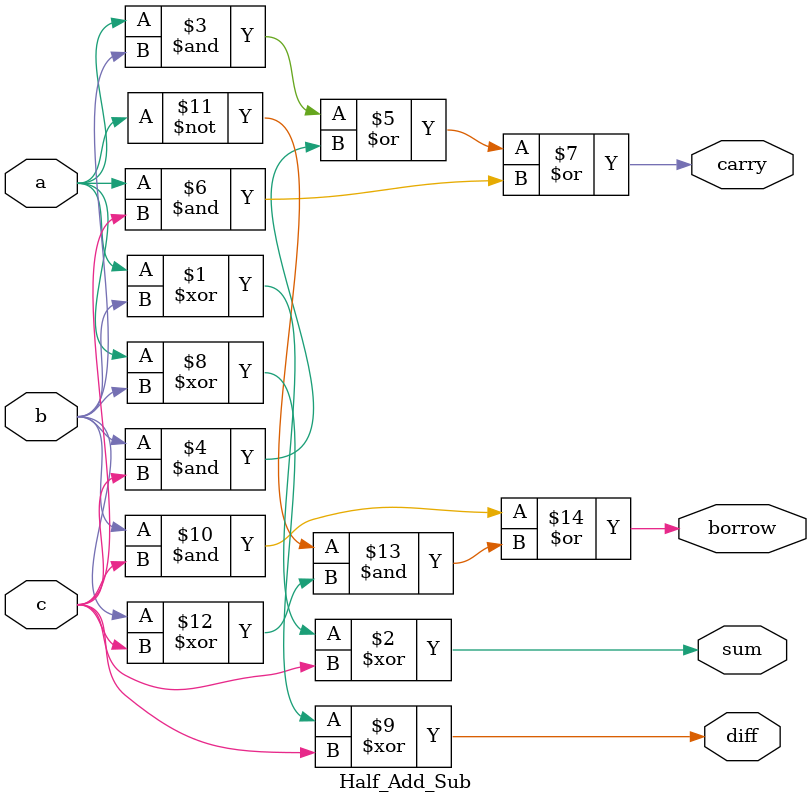
<source format=v>
module Half_Add_Sub
(
    input a, b, c,
    output sum, carry, diff, borrow
);
    assign sum = a ^ b ^ c;
    assign carry = (a & b) | (b & c) | (a & c);
	 assign diff = a ^ b ^ c;
    assign borrow = (b & c) | (~a & (b ^ c));
endmodule
</source>
